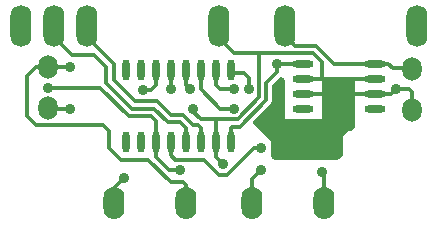
<source format=gtl>
G04 #@! TF.GenerationSoftware,KiCad,Pcbnew,6.0.11-2627ca5db0~126~ubuntu20.04.1*
G04 #@! TF.CreationDate,2023-03-27T19:11:57+02:00*
G04 #@! TF.ProjectId,KA12,4b413132-2e6b-4696-9361-645f70636258,rev?*
G04 #@! TF.SameCoordinates,Original*
G04 #@! TF.FileFunction,Copper,L1,Top*
G04 #@! TF.FilePolarity,Positive*
%FSLAX46Y46*%
G04 Gerber Fmt 4.6, Leading zero omitted, Abs format (unit mm)*
G04 Created by KiCad (PCBNEW 6.0.11-2627ca5db0~126~ubuntu20.04.1) date 2023-03-27 19:11:57*
%MOMM*%
%LPD*%
G01*
G04 APERTURE LIST*
G04 #@! TA.AperFunction,SMDPad,CuDef*
%ADD10O,1.778000X2.794000*%
G04 #@! TD*
G04 #@! TA.AperFunction,SMDPad,CuDef*
%ADD11O,1.651000X2.000000*%
G04 #@! TD*
G04 #@! TA.AperFunction,SMDPad,CuDef*
%ADD12O,1.778000X0.635000*%
G04 #@! TD*
G04 #@! TA.AperFunction,SMDPad,CuDef*
%ADD13O,1.778000X3.556000*%
G04 #@! TD*
G04 #@! TA.AperFunction,SMDPad,CuDef*
%ADD14O,0.635000X1.778000*%
G04 #@! TD*
G04 #@! TA.AperFunction,ViaPad*
%ADD15C,0.900000*%
G04 #@! TD*
G04 #@! TA.AperFunction,Conductor*
%ADD16C,0.304800*%
G04 #@! TD*
G04 #@! TA.AperFunction,Conductor*
%ADD17C,0.300000*%
G04 #@! TD*
G04 APERTURE END LIST*
D10*
X122936000Y-118618000D03*
X129032000Y-118618000D03*
X117348000Y-118618000D03*
X111252000Y-118618000D03*
D11*
X136525000Y-107238800D03*
X136525000Y-110693200D03*
D12*
X127254000Y-106807000D03*
X127254000Y-108077000D03*
X127254000Y-109347000D03*
X127254000Y-110617000D03*
X133350000Y-110617000D03*
X133350000Y-109347000D03*
X133350000Y-108077000D03*
X133350000Y-106807000D03*
D13*
X103378000Y-103632000D03*
X106172000Y-103632000D03*
X108966000Y-103632000D03*
X120142000Y-103632000D03*
X125730000Y-103632000D03*
X136906000Y-103632000D03*
D11*
X105664000Y-110566200D03*
X105664000Y-107111800D03*
D14*
X121158000Y-107315000D03*
X119888000Y-107315000D03*
X118618000Y-107315000D03*
X117348000Y-107315000D03*
X116078000Y-107315000D03*
X114808000Y-107315000D03*
X113538000Y-107315000D03*
X112268000Y-107315000D03*
X112268000Y-113411000D03*
X113538000Y-113411000D03*
X114808000Y-113411000D03*
X116078000Y-113411000D03*
X117348000Y-113411000D03*
X118618000Y-113411000D03*
X119888000Y-113411000D03*
X121158000Y-113411000D03*
D15*
X121412000Y-110617000D03*
X121412000Y-108966000D03*
X107569000Y-107061000D03*
X107569000Y-110617000D03*
X116840000Y-115824000D03*
X105664000Y-108839000D03*
X128905000Y-115951000D03*
X123698000Y-115824000D03*
X113728500Y-109029500D03*
X125095000Y-106807000D03*
X120523000Y-115316000D03*
X117983000Y-110617000D03*
X135128000Y-108966000D03*
X112141000Y-116459000D03*
X123698000Y-113919000D03*
X122682000Y-108966000D03*
X117729000Y-108966000D03*
X116078000Y-108966000D03*
D16*
X118618000Y-108966000D02*
X120269000Y-110617000D01*
X120269000Y-110617000D02*
X121412000Y-110617000D01*
X118618000Y-107569000D02*
X118618000Y-108966000D01*
X119888000Y-108648500D02*
X120205500Y-108966000D01*
X120205500Y-108966000D02*
X121412000Y-108966000D01*
X119888000Y-108648500D02*
X119888000Y-107569000D01*
X114173000Y-114935000D02*
X111887000Y-114935000D01*
X105664000Y-107061000D02*
X107569000Y-107061000D01*
X103886000Y-107823000D02*
X104648000Y-107061000D01*
X111887000Y-114935000D02*
X110871000Y-113919000D01*
X103886000Y-111252000D02*
X103886000Y-107823000D01*
X116078000Y-116840000D02*
X114173000Y-114935000D01*
X110349000Y-112000000D02*
X104634000Y-112000000D01*
X104648000Y-107061000D02*
X105664000Y-107061000D01*
X117348000Y-118364000D02*
X117348000Y-117094000D01*
X117348000Y-117094000D02*
X117094000Y-116840000D01*
X104634000Y-112000000D02*
X103886000Y-111252000D01*
X117094000Y-116840000D02*
X116078000Y-116840000D01*
X110871000Y-113919000D02*
X110871000Y-112522000D01*
X110871000Y-112522000D02*
X110349000Y-112000000D01*
X107569000Y-110617000D02*
X105664000Y-110617000D01*
X110109000Y-108839000D02*
X112522000Y-111252000D01*
X112522000Y-111252000D02*
X114427000Y-111252000D01*
X114427000Y-111252000D02*
X114808000Y-111633000D01*
X114808000Y-111633000D02*
X114808000Y-113157000D01*
X116840000Y-115824000D02*
X115951000Y-115824000D01*
X115951000Y-115824000D02*
X114808000Y-114681000D01*
X114808000Y-114681000D02*
X114808000Y-113157000D01*
D17*
X110109000Y-108839000D02*
X105664000Y-108839000D01*
D16*
X128905000Y-115951000D02*
X129032000Y-116078000D01*
X129032000Y-116078000D02*
X129032000Y-118618000D01*
X122936000Y-116586000D02*
X123698000Y-115824000D01*
X122936000Y-118618000D02*
X122936000Y-116586000D01*
X113728500Y-109029500D02*
X114363500Y-109029500D01*
X114363500Y-109029500D02*
X114808000Y-108585000D01*
X114808000Y-108585000D02*
X114808000Y-107569000D01*
X125730000Y-104394000D02*
X126619000Y-105283000D01*
X126619000Y-105283000D02*
X128397000Y-105283000D01*
X128397000Y-105283000D02*
X129921000Y-106807000D01*
X129921000Y-106807000D02*
X133096000Y-106807000D01*
X134493000Y-106807000D02*
X134874000Y-107188000D01*
X134874000Y-107188000D02*
X136525000Y-107188000D01*
X133096000Y-106807000D02*
X134493000Y-106807000D01*
X125730000Y-103632000D02*
X125730000Y-104394000D01*
X121158000Y-112268000D02*
X121285000Y-112141000D01*
X121285000Y-112141000D02*
X121920000Y-112141000D01*
X121920000Y-112141000D02*
X124142500Y-109918500D01*
X124142500Y-109918500D02*
X124142500Y-108458000D01*
X124142500Y-108458000D02*
X125095000Y-107505500D01*
X125095000Y-107505500D02*
X125095000Y-106807000D01*
X121158000Y-113157000D02*
X121158000Y-112268000D01*
X127508000Y-106807000D02*
X125095000Y-106807000D01*
X119888000Y-111506000D02*
X121729500Y-111506000D01*
X121729500Y-111506000D02*
X123571000Y-109664500D01*
X123571000Y-109664500D02*
X123571000Y-105918000D01*
X123571000Y-105918000D02*
X121412000Y-105918000D01*
X120142000Y-104648000D02*
X120142000Y-103632000D01*
X130429000Y-108077000D02*
X130429000Y-109347000D01*
X130429000Y-109347000D02*
X133096000Y-109347000D01*
X128905000Y-108077000D02*
X128905000Y-106680000D01*
X128905000Y-106680000D02*
X128143000Y-105918000D01*
X128143000Y-105918000D02*
X121412000Y-105918000D01*
X121412000Y-105918000D02*
X120142000Y-104648000D01*
X136271000Y-108966000D02*
X136525000Y-109220000D01*
X136525000Y-109220000D02*
X136525000Y-110744000D01*
X117983000Y-110617000D02*
X117983000Y-110871000D01*
X118618000Y-111506000D02*
X119888000Y-111506000D01*
X119888000Y-114427000D02*
X119888000Y-113157000D01*
X127508000Y-108077000D02*
X133096000Y-108077000D01*
X117983000Y-110871000D02*
X118618000Y-111506000D01*
X127508000Y-108077000D02*
X130429000Y-108077000D01*
D17*
X119888000Y-114681000D02*
X120523000Y-115316000D01*
D16*
X127508000Y-109347000D02*
X130429000Y-109347000D01*
D17*
X136271000Y-108966000D02*
X135128000Y-108966000D01*
D16*
X119888000Y-113157000D02*
X119888000Y-111506000D01*
D17*
X119888000Y-114427000D02*
X119888000Y-114681000D01*
X133096000Y-109347000D02*
X134747000Y-109347000D01*
X134747000Y-109347000D02*
X135128000Y-108966000D01*
D16*
X127508000Y-108077000D02*
X128905000Y-108077000D01*
X106172000Y-104521000D02*
X107696000Y-106045000D01*
X107696000Y-106045000D02*
X109601000Y-106045000D01*
X109601000Y-106045000D02*
X110617000Y-107061000D01*
X110617000Y-107061000D02*
X110617000Y-108458000D01*
X110617000Y-108458000D02*
X112776000Y-110617000D01*
X112776000Y-110617000D02*
X114681000Y-110617000D01*
X117348000Y-112268000D02*
X116840000Y-111760000D01*
X116840000Y-111760000D02*
X115824000Y-111760000D01*
X115824000Y-111760000D02*
X114681000Y-110617000D01*
X117348000Y-113157000D02*
X117348000Y-112268000D01*
X106172000Y-104521000D02*
X106172000Y-103632000D01*
X112141000Y-116459000D02*
X111252000Y-117348000D01*
X111252000Y-117348000D02*
X111252000Y-118618000D01*
X108966000Y-104521000D02*
X111252000Y-106807000D01*
X111252000Y-106807000D02*
X111252000Y-108204000D01*
X111252000Y-108204000D02*
X113030000Y-109982000D01*
X113030000Y-109982000D02*
X114935000Y-109982000D01*
X118618000Y-113157000D02*
X118618000Y-112268000D01*
X116078000Y-111125000D02*
X117094000Y-111125000D01*
X117094000Y-111125000D02*
X117983000Y-112014000D01*
X117983000Y-112014000D02*
X118364000Y-112014000D01*
X118364000Y-112014000D02*
X118618000Y-112268000D01*
X114935000Y-109982000D02*
X116078000Y-111125000D01*
X108966000Y-104521000D02*
X108966000Y-103632000D01*
X116459000Y-114935000D02*
X118872000Y-114935000D01*
X123126500Y-113919000D02*
X123698000Y-113919000D01*
X116078000Y-113157000D02*
X116078000Y-114554000D01*
X116078000Y-114554000D02*
X116459000Y-114935000D01*
X120142000Y-116205000D02*
X120840500Y-116205000D01*
X120840500Y-116205000D02*
X123126500Y-113919000D01*
X118872000Y-114935000D02*
X120142000Y-116205000D01*
X122237500Y-107569000D02*
X122682000Y-108013500D01*
X122682000Y-108013500D02*
X122682000Y-108966000D01*
X121158000Y-107569000D02*
X122237500Y-107569000D01*
X117348000Y-108585000D02*
X117348000Y-107569000D01*
X117729000Y-108966000D02*
X117348000Y-108585000D01*
X116078000Y-107569000D02*
X116078000Y-108966000D01*
G04 #@! TA.AperFunction,Conductor*
G36*
X125439823Y-107952909D02*
G01*
X125451136Y-107955159D01*
X125512306Y-107967327D01*
X125566882Y-107989934D01*
X125615686Y-108022544D01*
X125657456Y-108064314D01*
X125690066Y-108113118D01*
X125712673Y-108167694D01*
X125727091Y-108240175D01*
X125730000Y-108269713D01*
X125730000Y-111506000D01*
X128905000Y-111506000D01*
X128905000Y-108269713D01*
X128907909Y-108240175D01*
X128922327Y-108167694D01*
X128944934Y-108113118D01*
X128977544Y-108064314D01*
X129019314Y-108022544D01*
X129068118Y-107989934D01*
X129122694Y-107967327D01*
X129183864Y-107955159D01*
X129195177Y-107952909D01*
X129224713Y-107950000D01*
X131379287Y-107950000D01*
X131408823Y-107952909D01*
X131420136Y-107955159D01*
X131481306Y-107967327D01*
X131535882Y-107989934D01*
X131584686Y-108022544D01*
X131626456Y-108064314D01*
X131659066Y-108113118D01*
X131681673Y-108167694D01*
X131696091Y-108240175D01*
X131699000Y-108269713D01*
X131699000Y-111999835D01*
X131696091Y-112029373D01*
X131681673Y-112101854D01*
X131659067Y-112156429D01*
X131618010Y-112217876D01*
X131599181Y-112240819D01*
X131417819Y-112422181D01*
X131394876Y-112441010D01*
X131333429Y-112482067D01*
X131278854Y-112504673D01*
X131193216Y-112521708D01*
X131191248Y-112522000D01*
X131064000Y-112522000D01*
X130683000Y-112903000D01*
X130683000Y-114412835D01*
X130680091Y-114442373D01*
X130665673Y-114514854D01*
X130643067Y-114569429D01*
X130602010Y-114630876D01*
X130583181Y-114653819D01*
X130401819Y-114835181D01*
X130378876Y-114854010D01*
X130317429Y-114895067D01*
X130262854Y-114917673D01*
X130222241Y-114925752D01*
X130190371Y-114932091D01*
X130160835Y-114935000D01*
X124906713Y-114935000D01*
X124877177Y-114932091D01*
X124845307Y-114925752D01*
X124804694Y-114917673D01*
X124750118Y-114895066D01*
X124701314Y-114862456D01*
X124659544Y-114820686D01*
X124626934Y-114771882D01*
X124604327Y-114717306D01*
X124589909Y-114644825D01*
X124587000Y-114615287D01*
X124587000Y-113411000D01*
X123049199Y-111873199D01*
X123010014Y-111805328D01*
X123010014Y-111726958D01*
X123049199Y-111659087D01*
X124440590Y-110267696D01*
X124453915Y-110255855D01*
X124471032Y-110242361D01*
X124479918Y-110235356D01*
X124486350Y-110226049D01*
X124486355Y-110226044D01*
X124513613Y-110186604D01*
X124516380Y-110182732D01*
X124544844Y-110144196D01*
X124544845Y-110144195D01*
X124551569Y-110135091D01*
X124554000Y-110128168D01*
X124558170Y-110122135D01*
X124575640Y-110066898D01*
X124576033Y-110065654D01*
X124577538Y-110061143D01*
X124587304Y-110033333D01*
X124597172Y-110005233D01*
X124597460Y-109997900D01*
X124599671Y-109990909D01*
X124600200Y-109984188D01*
X124600200Y-109931125D01*
X124600317Y-109925181D01*
X124602131Y-109879016D01*
X124602131Y-109879014D01*
X124602575Y-109867707D01*
X124600586Y-109860204D01*
X124600200Y-109853195D01*
X124600200Y-108710297D01*
X124620484Y-108634597D01*
X124644544Y-108603241D01*
X125253441Y-107994344D01*
X125321312Y-107955159D01*
X125360497Y-107950000D01*
X125410287Y-107950000D01*
X125439823Y-107952909D01*
G37*
G04 #@! TD.AperFunction*
M02*

</source>
